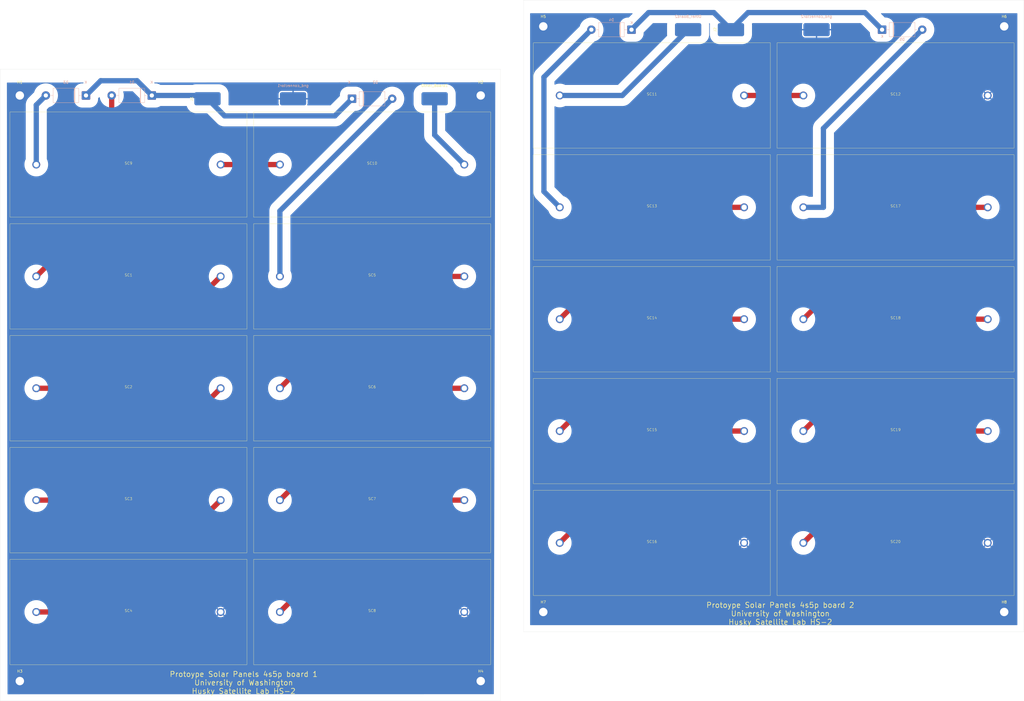
<source format=kicad_pcb>
(kicad_pcb (version 20241229) (generator "pcbnew") (generator_version "9.0")
  (layers (0 "F.Cu" signal) (2 "B.Cu" signal) (13 "F.Paste" user) (15 "B.Paste" user) (5 "F.SilkS" user "F.Silkscreen") (7 "B.SilkS" user "B.Silkscreen") (1 "F.Mask" user) (3 "B.Mask" user) (25 "Edge.Cuts" user))
  (net 0 "")
  (net 1 "Net-(D1-K)")
  (net 2 "Net-(D1-A)")
  (net 3 "Net-(D2-A)")
  (net 4 "Net-(D3-A)")
  (net 5 "Net-(D4-A)")
  (net 6 "Net-(D5-A)")
  (net 7 "Net-(SC1--)")
  (net 8 "Net-(SC2--)")
  (net 9 "Net-(SC3--)")
  (net 10 "Net-(SC5--)")
  (net 11 "Net-(SC6--)")
  (net 12 "Net-(SC7--)")
  (net 13 "Net-(SC10-+)")
  (net 14 "Net-(D4-K)")
  (net 15 "Net-(SC13--)")
  (net 16 "Net-(SC14--)")
  (net 17 "Net-(SC15--)")
  (net 18 "Net-(SC17--)")
  (net 19 "Net-(SC18--)")
  (net 20 "Net-(Other_Board1-Pin_1)")
  (net 21 "Net-(Other_Board2-Pin_1)")
  (net 22 "Net-(SC19--)")
  (net 23 "Net-(SC11--)")
  (net 24 "GND1")
  (net 25 "GND2")
  (footprint "solar_cells:XOLAR_SM401K08TF" (layer "F.Cu") (at 158.75 76.25)
    (property "Reference" "SC10" (at 0 -0.5 0) (layer "F.SilkS") (effects (font (thickness 0.1))))
    (property "Value" "Solar_Cell")
    (fp_rect (start -45 -20) (end 45 20) (stroke (width 0.1)) (fill no) (layer "F.SilkS"))
    (pad "1" thru_hole circle (at -35 0) (size 3 3) (drill 2) (layers "*.Cu" "*.Mask") (net 13 "Net-(SC10-+)"))
    (pad "2" thru_hole circle (at 35 0) (size 3 3) (drill 2) (layers "*.Cu" "*.Mask") (net 20 "Net-(Other_Board1-Pin_1)"))
  )
  (footprint "solar_cells:XOLAR_SM401K08TF" (layer "F.Cu") (at 357.5 220)
    (property "Reference" "SC20" (at 0 -0.5 0) (layer "F.SilkS") (effects (font (thickness 0.1))))
    (property "Value" "Solar_Cell")
    (fp_rect (start -45 -20) (end 45 20) (stroke (width 0.1)) (fill no) (layer "F.SilkS"))
    (pad "1" thru_hole circle (at -35 0) (size 3 3) (drill 2) (layers "*.Cu" "*.Mask") (net 22 "Net-(SC19--)"))
    (pad "2" thru_hole circle (at 35 0) (size 3 3) (drill 2) (layers "*.Cu" "*.Mask") (net 25 "GND2"))
  )
  (footprint "MountingHole:MountingHole_3.2mm_M3_DIN965_Pad" (layer "F.Cu") (at 398.75 23.75)
    (property "Reference" "H6" (at 0 -3.75 0) (layer "F.SilkS"))
    (property "Value" "MountingHole_Pad")
    (pad "1" thru_hole circle (at 0 0) (size 5.6 5.6) (drill 3.2) (layers "*.Cu" "*.Mask") (net 25 "GND2"))
  )
  (footprint "MountingHole:MountingHole_3.2mm_M3_DIN965_Pad" (layer "F.Cu") (at 200 50)
    (property "Reference" "H2" (at 0 -5 0) (layer "F.SilkS"))
    (property "Value" "MountingHole_Pad")
    (pad "1" thru_hole circle (at 0 0) (size 5.6 5.6) (drill 3.2) (layers "*.Cu" "*.Mask") (net 24 "GND1"))
  )
  (footprint "solar_cells:XOLAR_SM401K08TF" (layer "F.Cu") (at 158.75 203.75)
    (property "Reference" "SC7" (at 0 -0.5 0) (layer "F.SilkS") (effects (font (thickness 0.1))))
    (property "Value" "Solar_Cell")
    (fp_rect (start -45 -20) (end 45 20) (stroke (width 0.1)) (fill no) (layer "F.SilkS"))
    (pad "1" thru_hole circle (at -35 0) (size 3 3) (drill 2) (layers "*.Cu" "*.Mask") (net 11 "Net-(SC6--)"))
    (pad "2" thru_hole circle (at 35 0) (size 3 3) (drill 2) (layers "*.Cu" "*.Mask") (net 12 "Net-(SC7--)"))
  )
  (footprint "solar_cells:XOLAR_SM401K08TF" (layer "F.Cu") (at 357.5 92.5)
    (property "Reference" "SC17" (at 0 -0.5 0) (layer "F.SilkS") (effects (font (thickness 0.1))))
    (property "Value" "Solar_Cell")
    (fp_rect (start -45 -20) (end 45 20) (stroke (width 0.1)) (fill no) (layer "F.SilkS"))
    (pad "1" thru_hole circle (at -35 0) (size 3 3) (drill 2) (layers "*.Cu" "*.Mask") (net 6 "Net-(D5-A)"))
    (pad "2" thru_hole circle (at 35 0) (size 3 3) (drill 2) (layers "*.Cu" "*.Mask") (net 18 "Net-(SC17--)"))
  )
  (footprint "solar_cells:XOLAR_SM401K08TF" (layer "F.Cu") (at 66.25 118.75)
    (property "Reference" "SC1" (at 0 -0.5 0) (layer "F.SilkS") (effects (font (thickness 0.1))))
    (property "Value" "Solar_Cell")
    (fp_rect (start -45 -20) (end 45 20) (stroke (width 0.1)) (fill no) (layer "F.SilkS"))
    (pad "1" thru_hole circle (at -35 0) (size 3 3) (drill 2) (layers "*.Cu" "*.Mask") (net 2 "Net-(D1-A)"))
    (pad "2" thru_hole circle (at 35 0) (size 3 3) (drill 2) (layers "*.Cu" "*.Mask") (net 7 "Net-(SC1--)"))
  )
  (footprint "MountingHole:MountingHole_3.2mm_M3_DIN965_Pad" (layer "F.Cu") (at 223.75 246.25)
    (property "Reference" "H7" (at 0 -3.75 0) (layer "F.SilkS"))
    (property "Value" "MountingHole_Pad")
    (pad "1" thru_hole circle (at 0 0) (size 5.6 5.6) (drill 3.2) (layers "*.Cu" "*.Mask") (net 25 "GND2"))
  )
  (footprint "Connector_Wire:SolderWirePad_1x01_SMD_5x10mm" (layer "F.Cu") (at 182.5 51.25 90)
    (property "Reference" "Other_Board1" (at 5 0 180) (layer "F.SilkS"))
    (property "Value" "Conn_01x01_Pin")
    (pad "1" smd roundrect (at 0 0 90) (size 5 10) (layers "B.Cu" "B.Mask" "B.Paste") (roundrect_rratio 0.15) (net 20 "Net-(Other_Board1-Pin_1)"))
  )
  (footprint "solar_cells:XOLAR_SM401K08TF" (layer "F.Cu") (at 66.25 203.75)
    (property "Reference" "SC3" (at 0 -0.5 0) (layer "F.SilkS") (effects (font (thickness 0.1))))
    (property "Value" "Solar_Cell")
    (fp_rect (start -45 -20) (end 45 20) (stroke (width 0.1)) (fill no) (layer "F.SilkS"))
    (pad "1" thru_hole circle (at -35 0) (size 3 3) (drill 2) (layers "*.Cu" "*.Mask") (net 8 "Net-(SC2--)"))
    (pad "2" thru_hole circle (at 35 0) (size 3 3) (drill 2) (layers "*.Cu" "*.Mask") (net 9 "Net-(SC3--)"))
  )
  (footprint "MountingHole:MountingHole_3.2mm_M3_DIN965_Pad" (layer "F.Cu") (at 25 272.5)
    (property "Reference" "H3" (at 0 -3.75 0) (layer "F.SilkS"))
    (property "Value" "MountingHole_Pad")
    (pad "1" thru_hole circle (at 0 0) (size 5.6 5.6) (drill 3.2) (layers "*.Cu" "*.Mask") (net 24 "GND1"))
  )
  (footprint "solar_cells:XOLAR_SM401K08TF" (layer "F.Cu") (at 357.5 135)
    (property "Reference" "SC18" (at 0 -0.5 0) (layer "F.SilkS") (effects (font (thickness 0.1))))
    (property "Value" "Solar_Cell")
    (fp_rect (start -45 -20) (end 45 20) (stroke (width 0.1)) (fill no) (layer "F.SilkS"))
    (pad "1" thru_hole circle (at -35 0) (size 3 3) (drill 2) (layers "*.Cu" "*.Mask") (net 18 "Net-(SC17--)"))
    (pad "2" thru_hole circle (at 35 0) (size 3 3) (drill 2) (layers "*.Cu" "*.Mask") (net 19 "Net-(SC18--)"))
  )
  (footprint "MountingHole:MountingHole_3.2mm_M3_DIN965_Pad" (layer "F.Cu") (at 398.75 246.25)
    (property "Reference" "H8" (at 0 -3.75 0) (layer "F.SilkS"))
    (property "Value" "MountingHole_Pad")
    (pad "1" thru_hole circle (at 0 0) (size 5.6 5.6) (drill 3.2) (layers "*.Cu" "*.Mask") (net 25 "GND2"))
  )
  (footprint "solar_cells:XOLAR_SM401K08TF" (layer "F.Cu") (at 265 135)
    (property "Reference" "SC14" (at 0 -0.5 0) (layer "F.SilkS") (effects (font (thickness 0.1))))
    (property "Value" "Solar_Cell")
    (fp_rect (start -45 -20) (end 45 20) (stroke (width 0.1)) (fill no) (layer "F.SilkS"))
    (pad "1" thru_hole circle (at -35 0) (size 3 3) (drill 2) (layers "*.Cu" "*.Mask") (net 15 "Net-(SC13--)"))
    (pad "2" thru_hole circle (at 35 0) (size 3 3) (drill 2) (layers "*.Cu" "*.Mask") (net 16 "Net-(SC14--)"))
  )
  (footprint "Connector_Wire:SolderWirePad_1x01_SMD_5x10mm" (layer "F.Cu") (at 295 25 90)
    (property "Reference" "J2" (at 0 -6 90) (layer "F.SilkS"))
    (property "Value" "Conn_01x01_Pin")
    (pad "1" smd roundrect (at 0 0 90) (size 5 10) (layers "B.Cu" "B.Mask" "B.Paste") (roundrect_rratio 0.15) (net 14 "Net-(D4-K)"))
  )
  (footprint "solar_cells:XOLAR_SM401K08TF" (layer "F.Cu") (at 66.25 161.25)
    (property "Reference" "SC2" (at 0 -0.5 0) (layer "F.SilkS") (effects (font (thickness 0.1))))
    (property "Value" "Solar_Cell")
    (fp_rect (start -45 -20) (end 45 20) (stroke (width 0.1)) (fill no) (layer "F.SilkS"))
    (pad "1" thru_hole circle (at -35 0) (size 3 3) (drill 2) (layers "*.Cu" "*.Mask") (net 7 "Net-(SC1--)"))
    (pad "2" thru_hole circle (at 35 0) (size 3 3) (drill 2) (layers "*.Cu" "*.Mask") (net 8 "Net-(SC2--)"))
  )
  (footprint "solar_cells:XOLAR_SM401K08TF" (layer "F.Cu") (at 158.75 118.75)
    (property "Reference" "SC5" (at 0 -0.5 0) (layer "F.SilkS") (effects (font (thickness 0.1))))
    (property "Value" "Solar_Cell")
    (fp_rect (start -45 -20) (end 45 20) (stroke (width 0.1)) (fill no) (layer "F.SilkS"))
    (pad "1" thru_hole circle (at -35 0) (size 3 3) (drill 2) (layers "*.Cu" "*.Mask") (net 3 "Net-(D2-A)"))
    (pad "2" thru_hole circle (at 35 0) (size 3 3) (drill 2) (layers "*.Cu" "*.Mask") (net 10 "Net-(SC5--)"))
  )
  (footprint "solar_cells:XOLAR_SM401K08TF" (layer "F.Cu") (at 66.25 76.25)
    (property "Reference" "SC9" (at 0 -0.5 0) (layer "F.SilkS") (effects (font (thickness 0.1))))
    (property "Value" "Solar_Cell")
    (fp_rect (start -45 -20) (end 45 20) (stroke (width 0.1)) (fill no) (layer "F.SilkS"))
    (pad "1" thru_hole circle (at -35 0) (size 3 3) (drill 2) (layers "*.Cu" "*.Mask") (net 4 "Net-(D3-A)"))
    (pad "2" thru_hole circle (at 35 0) (size 3 3) (drill 2) (layers "*.Cu" "*.Mask") (net 13 "Net-(SC10-+)"))
  )
  (footprint "solar_cells:XOLAR_SM401K08TF" (layer "F.Cu") (at 66.25 246.25)
    (property "Reference" "SC4" (at 0 -0.5 0) (layer "F.SilkS") (effects (font (thickness 0.1))))
    (property "Value" "Solar_Cell")
    (fp_rect (start -45 -20) (end 45 20) (stroke (width 0.1)) (fill no) (layer "F.SilkS"))
    (pad "1" thru_hole circle (at -35 0) (size 3 3) (drill 2) (layers "*.Cu" "*.Mask") (net 9 "Net-(SC3--)"))
    (pad "2" thru_hole circle (at 35 0) (size 3 3) (drill 2) (layers "*.Cu" "*.Mask") (net 24 "GND1"))
  )
  (footprint "solar_cells:XOLAR_SM401K08TF" (layer "F.Cu") (at 265 220)
    (property "Reference" "SC16" (at 0 -0.5 0) (layer "F.SilkS") (effects (font (thickness 0.1))))
    (property "Value" "Solar_Cell")
    (fp_rect (start -45 -20) (end 45 20) (stroke (width 0.1)) (fill no) (layer "F.SilkS"))
    (pad "1" thru_hole circle (at -35 0) (size 3 3) (drill 2) (layers "*.Cu" "*.Mask") (net 17 "Net-(SC15--)"))
    (pad "2" thru_hole circle (at 35 0) (size 3 3) (drill 2) (layers "*.Cu" "*.Mask") (net 25 "GND2"))
  )
  (footprint "solar_cells:XOLAR_SM401K08TF" (layer "F.Cu") (at 357.5 50)
    (property "Reference" "SC12" (at 0 -0.5 0) (layer "F.SilkS") (effects (font (thickness 0.1))))
    (property "Value" "Solar_Cell")
    (fp_rect (start -45 -20) (end 45 20) (stroke (width 0.1)) (fill no) (layer "F.SilkS"))
    (pad "1" thru_hole circle (at -35 0) (size 3 3) (drill 2) (layers "*.Cu" "*.Mask") (net 23 "Net-(SC11--)"))
    (pad "2" thru_hole circle (at 35 0) (size 3 3) (drill 2) (layers "*.Cu" "*.Mask") (net 25 "GND2"))
  )
  (footprint "solar_cells:XOLAR_SM401K08TF" (layer "F.Cu") (at 265 92.5)
    (property "Reference" "SC13" (at 0 -0.5 0) (layer "F.SilkS") (effects (font (thickness 0.1))))
    (property "Value" "Solar_Cell")
    (fp_rect (start -45 -20) (end 45 20) (stroke (width 0.1)) (fill no) (layer "F.SilkS"))
    (pad "1" thru_hole circle (at -35 0) (size 3 3) (drill 2) (layers "*.Cu" "*.Mask") (net 5 "Net-(D4-A)"))
    (pad "2" thru_hole circle (at 35 0) (size 3 3) (drill 2) (layers "*.Cu" "*.Mask") (net 15 "Net-(SC13--)"))
  )
  (footprint "solar_cells:XOLAR_SM401K08TF" (layer "F.Cu") (at 265 177.5)
    (property "Reference" "SC15" (at 0 -0.5 0) (layer "F.SilkS") (effects (font (thickness 0.1))))
    (property "Value" "Solar_Cell")
    (fp_rect (start -45 -20) (end 45 20) (stroke (width 0.1)) (fill no) (layer "F.SilkS"))
    (pad "1" thru_hole circle (at -35 0) (size 3 3) (drill 2) (layers "*.Cu" "*.Mask") (net 16 "Net-(SC14--)"))
    (pad "2" thru_hole circle (at 35 0) (size 3 3) (drill 2) (layers "*.Cu" "*.Mask") (net 17 "Net-(SC15--)"))
  )
  (footprint "MountingHole:MountingHole_3.2mm_M3_DIN965_Pad" (layer "F.Cu") (at 223.75 23.75)
    (property "Reference" "H5" (at 0 -3.75 0) (layer "F.SilkS"))
    (property "Value" "MountingHole_Pad")
    (pad "1" thru_hole circle (at 0 0) (size 5.6 5.6) (drill 3.2) (layers "*.Cu" "*.Mask") (net 25 "GND2"))
  )
  (footprint "solar_cells:XOLAR_SM401K08TF" (layer "F.Cu") (at 357.5 177.5)
    (property "Reference" "SC19" (at 0 -0.5 0) (layer "F.SilkS") (effects (font (thickness 0.1))))
    (property "Value" "Solar_Cell")
    (fp_rect (start -45 -20) (end 45 20) (stroke (width 0.1)) (fill no) (layer "F.SilkS"))
    (pad "1" thru_hole circle (at -35 0) (size 3 3) (drill 2) (layers "*.Cu" "*.Mask") (net 19 "Net-(SC18--)"))
    (pad "2" thru_hole circle (at 35 0) (size 3 3) (drill 2) (layers "*.Cu" "*.Mask") (net 22 "Net-(SC19--)"))
  )
  (footprint "solar_cells:XOLAR_SM401K08TF" (layer "F.Cu") (at 158.75 246.25)
    (property "Reference" "SC8" (at 0 -0.5 0) (layer "F.SilkS") (effects (font (thickness 0.1))))
    (property "Value" "Solar_Cell")
    (fp_rect (start -45 -20) (end 45 20) (stroke (width 0.1)) (fill no) (layer "F.SilkS"))
    (pad "1" thru_hole circle (at -35 0) (size 3 3) (drill 2) (layers "*.Cu" "*.Mask") (net 12 "Net-(SC7--)"))
    (pad "2" thru_hole circle (at 35 0) (size 3 3) (drill 2) (layers "*.Cu" "*.Mask") (net 24 "GND1"))
  )
  (footprint "solar_cells:XOLAR_SM401K08TF" (layer "F.Cu") (at 158.75 161.25)
    (property "Reference" "SC6" (at 0 -0.5 0) (layer "F.SilkS") (effects (font (thickness 0.1))))
    (property "Value" "Solar_Cell")
    (fp_rect (start -45 -20) (end 45 20) (stroke (width 0.1)) (fill no) (layer "F.SilkS"))
    (pad "1" thru_hole circle (at -35 0) (size 3 3) (drill 2) (layers "*.Cu" "*.Mask") (net 10 "Net-(SC5--)"))
    (pad "2" thru_hole circle (at 35 0) (size 3 3) (drill 2) (layers "*.Cu" "*.Mask") (net 11 "Net-(SC6--)"))
  )
  (footprint "MountingHole:MountingHole_3.2mm_M3_DIN965_Pad" (layer "F.Cu") (at 25 50)
    (property "Reference" "H1" (at 0 -5 0) (layer "F.SilkS"))
    (property "Value" "MountingHole_Pad")
    (pad "1" thru_hole circle (at 0 0) (size 5.6 5.6) (drill 3.2) (layers "*.Cu" "*.Mask") (net 24 "GND1"))
  )
  (footprint "Connector_Wire:SolderWirePad_1x01_SMD_5x10mm" (layer "F.Cu") (at 96.25 51.25 90)
    (property "Reference" "J1" (at 0 -6 90) (layer "F.SilkS"))
    (property "Value" "Conn_01x01_Pin")
    (pad "1" smd roundrect (at 0 0 90) (size 5 10) (layers "B.Cu" "B.Mask" "B.Paste") (roundrect_rratio 0.15) (net 1 "Net-(D1-K)"))
  )
  (footprint "MountingHole:MountingHole_3.2mm_M3_DIN965_Pad" (layer "F.Cu") (at 200 272.5)
    (property "Reference" "H4" (at 0 -3.75 0) (layer "F.SilkS"))
    (property "Value" "MountingHole_Pad")
    (pad "1" thru_hole circle (at 0 0) (size 5.6 5.6) (drill 3.2) (layers "*.Cu" "*.Mask") (net 24 "GND1"))
  )
  (footprint "solar_cells:XOLAR_SM401K08TF" (layer "F.Cu") (at 265 50)
    (property "Reference" "SC11" (at 0 -0.5 0) (layer "F.SilkS") (effects (font (thickness 0.1))))
    (property "Value" "Solar_Cell")
    (fp_rect (start -45 -20) (end 45 20) (stroke (width 0.1)) (fill no) (layer "F.SilkS"))
    (pad "1" thru_hole circle (at -35 0) (size 3 3) (drill 2) (layers "*.Cu" "*.Mask") (net 21 "Net-(Other_Board2-Pin_1)"))
    (pad "2" thru_hole circle (at 35 0) (size 3 3) (drill 2) (layers "*.Cu" "*.Mask") (net 23 "Net-(SC11--)"))
  )
  (footprint "Diode_THT:D_DO-201AD_P15.24mm_Horizontal" (layer "B.Cu") (at 50.12 50 180)
    (property "Reference" "D3" (at 7.62 5 0) (layer "B.SilkS") (effects (justify mirror)))
    (property "Value" "1N5400")
    (fp_line (start 13.4 0) (end 12.49 0) (stroke (width 0.12)) (layer "B.SilkS"))
    (fp_line (start 4.415 2.72) (end 4.415 -2.72) (stroke (width 0.12)) (layer "B.SilkS"))
    (fp_line (start 4.295 2.72) (end 4.295 -2.72) (stroke (width 0.12)) (layer "B.SilkS"))
    (fp_line (start 4.175 2.72) (end 4.175 -2.72) (stroke (width 0.12)) (layer "B.SilkS"))
    (fp_line (start 1.84 0) (end 2.75 0) (stroke (width 0.12)) (layer "B.SilkS"))
    (fp_rect (start 2.75 2.72) (end 12.49 -2.72) (stroke (width 0.12)) (fill no) (layer "B.SilkS"))
    (fp_text user "K" (at 0.12 5 0) (layer "B.SilkS") (effects (justify mirror)))
    (pad "1" thru_hole roundrect (at 0 0 180) (size 3.2 3.2) (drill 1.6) (layers "*.Cu" "*.Mask") (roundrect_rratio 0.078125) (net 1 "Net-(D1-K)"))
    (pad "2" thru_hole circle (at 15.24 0 180) (size 3.2 3.2) (drill 1.6) (layers "*.Cu" "*.Mask") (net 4 "Net-(D3-A)"))
  )
  (footprint "Connector_Wire:SolderWirePad_1x01_SMD_5x10mm" (layer "B.Cu") (at 128.75 51.25 90)
    (property "Reference" "gnd_connector1" (at 5 0 0) (layer "B.SilkS") (effects (justify mirror)))
    (property "Value" "Conn_01x01_Pin")
    (pad "1" smd roundrect (at 0 0 90) (size 5 10) (layers "B.Cu" "B.Mask" "B.Paste") (roundrect_rratio 0.15) (net 24 "GND1"))
  )
  (footprint "Diode_THT:D_DO-201AD_P15.24mm_Horizontal" (layer "B.Cu") (at 257.25 25 180)
    (property "Reference" "D4" (at 7.62 3.72 0) (layer "B.SilkS") (effects (justify mirror)))
    (property "Value" "1N5400")
    (fp_line (start 13.4 0) (end 12.49 0) (stroke (width 0.12)) (layer "B.SilkS"))
    (fp_line (start 4.415 2.72) (end 4.415 -2.72) (stroke (width 0.12)) (layer "B.SilkS"))
    (fp_line (start 4.295 2.72) (end 4.295 -2.72) (stroke (width 0.12)) (layer "B.SilkS"))
    (fp_line (start 4.175 2.72) (end 4.175 -2.72) (stroke (width 0.12)) (layer "B.SilkS"))
    (fp_line (start 1.84 0) (end 2.75 0) (stroke (width 0.12)) (layer "B.SilkS"))
    (fp_rect (start 2.75 2.72) (end 12.49 -2.72) (stroke (width 0.12)) (fill no) (layer "B.SilkS"))
    (fp_text user "K" (at 0 2.6 0) (layer "B.SilkS") (effects (justify mirror)))
    (pad "1" thru_hole roundrect (at 0 0 180) (size 3.2 3.2) (drill 1.6) (layers "*.Cu" "*.Mask") (roundrect_rratio 0.078125) (net 14 "Net-(D4-K)"))
    (pad "2" thru_hole circle (at 15.24 0 180) (size 3.2 3.2) (drill 1.6) (layers "*.Cu" "*.Mask") (net 5 "Net-(D4-A)"))
  )
  (footprint "Diode_THT:D_DO-201AD_P15.24mm_Horizontal" (layer "B.Cu") (at 151.13 51.25)
    (property "Reference" "D2" (at 8.87 -6.25 0) (layer "B.SilkS") (effects (justify mirror)))
    (property "Value" "1N5400")
    (fp_line (start 1.84 0) (end 2.75 0) (stroke (width 0.12)) (layer "B.SilkS"))
    (fp_line (start 4.175 2.72) (end 4.175 -2.72) (stroke (width 0.12)) (layer "B.SilkS"))
    (fp_line (start 4.295 2.72) (end 4.295 -2.72) (stroke (width 0.12)) (layer "B.SilkS"))
    (fp_line (start 4.415 2.72) (end 4.415 -2.72) (stroke (width 0.12)) (layer "B.SilkS"))
    (fp_line (start 13.4 0) (end 12.49 0) (stroke (width 0.12)) (layer "B.SilkS"))
    (fp_rect (start 2.75 2.72) (end 12.49 -2.72) (stroke (width 0.12)) (fill no) (layer "B.SilkS"))
    (fp_text user "K" (at -1.13 -6.25 0) (layer "B.SilkS") (effects (justify mirror)))
    (pad "1" thru_hole roundrect (at 0 0) (size 3.2 3.2) (drill 1.6) (layers "*.Cu" "*.Mask") (roundrect_rratio 0.078125) (net 1 "Net-(D1-K)"))
    (pad "2" thru_hole circle (at 15.24 0) (size 3.2 3.2) (drill 1.6) (layers "*.Cu" "*.Mask") (net 3 "Net-(D2-A)"))
  )
  (footprint "Diode_THT:D_DO-201AD_P15.24mm_Horizontal" (layer "B.Cu") (at 352.38 25)
    (property "Reference" "D5" (at 7.62 3.72 0) (layer "B.SilkS") (effects (justify mirror)))
    (property "Value" "1N5400")
    (fp_line (start 1.84 0) (end 2.75 0) (stroke (width 0.12)) (layer "B.SilkS"))
    (fp_line (start 4.175 2.72) (end 4.175 -2.72) (stroke (width 0.12)) (layer "B.SilkS"))
    (fp_line (start 4.295 2.72) (end 4.295 -2.72) (stroke (width 0.12)) (layer "B.SilkS"))
    (fp_line (start 4.415 2.72) (end 4.415 -2.72) (stroke (width 0.12)) (layer "B.SilkS"))
    (fp_line (start 13.4 0) (end 12.49 0) (stroke (width 0.12)) (layer "B.SilkS"))
    (fp_rect (start 2.75 2.72) (end 12.49 -2.72) (stroke (width 0.12)) (fill no) (layer "B.SilkS"))
    (fp_text user "K" (at 0 2.6 0) (layer "B.SilkS") (effects (justify mirror)))
    (pad "1" thru_hole roundrect (at 0 0) (size 3.2 3.2) (drill 1.6) (layers "*.Cu" "*.Mask") (roundrect_rratio 0.078125) (net 14 "Net-(D4-K)"))
    (pad "2" thru_hole circle (at 15.24 0) (size 3.2 3.2) (drill 1.6) (layers "*.Cu" "*.Mask") (net 6 "Net-(D5-A)"))
  )
  (footprint "Connector_Wire:SolderWirePad_1x01_SMD_5x10mm" (layer "B.Cu") (at 278.75 25 90)
    (property "Reference" "Other_Board2" (at 5 0 0) (layer "B.SilkS") (effects (justify mirror)))
    (property "Value" "Conn_01x01_Pin")
    (pad "1" smd roundrect (at 0 0 90) (size 5 10) (layers "B.Cu" "B.Mask" "B.Paste") (roundrect_rratio 0.15) (net 21 "Net-(Other_Board2-Pin_1)"))
  )
  (footprint "Diode_THT:D_DO-201AD_P15.24mm_Horizontal" (layer "B.Cu") (at 75.12 50 180)
    (property "Reference" "D1" (at 7.62 5 0) (layer "B.SilkS") (effects (justify mirror)))
    (property "Value" "1N5400")
    (fp_line (start 13.4 0) (end 12.49 0) (stroke (width 0.12)) (layer "B.SilkS"))
    (fp_line (start 4.415 2.72) (end 4.415 -2.72) (stroke (width 0.12)) (layer "B.SilkS"))
    (fp_line (start 4.295 2.72) (end 4.295 -2.72) (stroke (width 0.12)) (layer "B.SilkS"))
    (fp_line (start 4.175 2.72) (end 4.175 -2.72) (stroke (width 0.12)) (layer "B.SilkS"))
    (fp_line (start 1.84 0) (end 2.75 0) (stroke (width 0.12)) (layer "B.SilkS"))
    (fp_rect (start 2.75 2.72) (end 12.49 -2.72) (stroke (width 0.12)) (fill no) (layer "B.SilkS"))
    (fp_text user "K" (at 0.12 5 0) (layer "B.SilkS") (effects (justify mirror)))
    (pad "1" thru_hole roundrect (at 0 0 180) (size 3.2 3.2) (drill 1.6) (layers "*.Cu" "*.Mask") (roundrect_rratio 0.078125) (net 1 "Net-(D1-K)"))
    (pad "2" thru_hole circle (at 15.24 0 180) (size 3.2 3.2) (drill 1.6) (layers "*.Cu" "*.Mask") (net 2 "Net-(D1-A)"))
  )
  (footprint "Connector_Wire:SolderWirePad_1x01_SMD_5x10mm" (layer "B.Cu") (at 327.5 25 90)
    (property "Reference" "gnd_connector2" (at 5 0 0) (layer "B.SilkS") (effects (justify mirror)))
    (property "Value" "Conn_01x01_Pin")
    (pad "1" smd roundrect (at 0 0 90) (size 5 10) (layers "B.Cu" "B.Mask" "B.Paste") (roundrect_rratio 0.15) (net 25 "GND2"))
  )
  (gr_rect (start 17.5 40) (end 207.5 280) (stroke (width 0.05)) (fill no) (layer "Edge.Cuts"))
  (gr_rect (start 216.25 13.75) (end 406.25 253.75) (stroke (width 0.05)) (fill no) (layer "Edge.Cuts"))
  (gr_text "Protoype Solar Panels 4s5p board 2\nUniversity of Washington\nHusky Satellite Lab HS-2\n" (at 313.75 251.25 0) (layer "F.SilkS") (effects (font (size 2 2) (thickness 0.25)) (justify bottom)))
  (gr_text "Protoype Solar Panels 4s5p board 1\nUniversity of Washington\nHusky Satellite Lab HS-2\n" (at 110 277.5 0) (layer "F.SilkS") (effects (font (size 2 2) (thickness 0.25)) (justify bottom)))
  (segment (start 102.751 57.751) (end 96.25 51.25) (width 2) (layer "B.Cu") (net 1))
  (segment (start 69.519 44.399) (end 75.12 50) (width 2) (layer "B.Cu") (net 1))
  (segment (start 69.519 44.399) (end 55.721 44.399) (width 2) (layer "B.Cu") (net 1))
  (segment (start 92.5 50) (end 75.12 50) (width 2) (layer "B.Cu") (net 1))
  (segment (start 93.75 51.25) (end 92.5 50) (width 2) (layer "B.Cu") (net 1))
  (segment (start 144.629 57.751) (end 151.13 51.25) (width 2) (layer "B.Cu") (net 1))
  (segment (start 102.751 57.751) (end 144.629 57.751) (width 2) (layer "B.Cu") (net 1))
  (segment (start 96.25 51.25) (end 93.75 51.25) (width 2) (layer "B.Cu") (net 1))
  (segment (start 55.721 44.399) (end 50.12 50) (width 2) (layer "B.Cu") (net 1))
  (segment (start 59.88 50) (end 59.88 90.12) (width 2) (layer "F.Cu") (net 2))
  (segment (start 59.88 90.12) (end 31.25 118.75) (width 2) (layer "F.Cu") (net 2))
  (segment (start 166.37 51.25) (end 123.75 93.87) (width 2) (layer "B.Cu") (net 3))
  (segment (start 123.75 93.87) (end 123.75 118.75) (width 2) (layer "B.Cu") (net 3))
  (segment (start 34.88 50) (end 31.25 53.63) (width 2) (layer "B.Cu") (net 4))
  (segment (start 31.25 53.63) (end 31.25 76.25) (width 2) (layer "B.Cu") (net 4))
  (segment (start 223.999 43.011) (end 223.999 86.499) (width 2) (layer "B.Cu") (net 5))
  (segment (start 223.999 86.499) (end 230 92.5) (width 2) (layer "B.Cu") (net 5))
  (segment (start 242.01 25) (end 223.999 43.011) (width 2) (layer "B.Cu") (net 5))
  (segment (start 330.12 92.5) (end 330.12 62.5) (width 2) (layer "B.Cu") (net 6))
  (segment (start 330.12 62.5) (end 367.62 25) (width 2) (layer "B.Cu") (net 6))
  (segment (start 330.12 92.5) (end 322.5 92.5) (width 2) (layer "B.Cu") (net 6))
  (segment (start 58.75 161.25) (end 31.25 161.25) (width 2) (layer "F.Cu") (net 7))
  (segment (start 101.25 118.75) (end 58.75 161.25) (width 2) (layer "F.Cu") (net 7))
  (segment (start 101.25 161.25) (end 58.75 203.75) (width 2) (layer "F.Cu") (net 8))
  (segment (start 58.75 203.75) (end 31.25 203.75) (width 2) (layer "F.Cu") (net 8))
  (segment (start 58.75 246.25) (end 31.25 246.25) (width 2) (layer "F.Cu") (net 9))
  (segment (start 101.25 203.75) (end 58.75 246.25) (width 2) (layer "F.Cu") (net 9))
  (segment (start 166.25 118.75) (end 123.75 161.25) (width 2) (layer "F.Cu") (net 10))
  (segment (start 193.75 118.75) (end 166.25 118.75) (width 2) (layer "F.Cu") (net 10))
  (segment (start 166.25 161.25) (end 123.75 203.75) (width 2) (layer "F.Cu") (net 11))
  (segment (start 193.75 161.25) (end 166.25 161.25) (width 2) (layer "F.Cu") (net 11))
  (segment (start 166.25 203.75) (end 123.75 246.25) (width 2) (layer "F.Cu") (net 12))
  (segment (start 193.75 203.75) (end 166.25 203.75) (width 2) (layer "F.Cu") (net 12))
  (segment (start 101.25 76.25) (end 123.75 76.25) (width 2) (layer "F.Cu") (net 13))
  (segment (start 301.501 18.499) (end 345.879 18.499) (width 2) (layer "B.Cu") (net 14))
  (segment (start 345.879 18.499) (end 352.38 25) (width 2) (layer "B.Cu") (net 14))
  (segment (start 257.25 25) (end 263.751 18.499) (width 2) (layer "B.Cu") (net 14))
  (segment (start 288.499 18.499) (end 295 25) (width 2) (layer "B.Cu") (net 14))
  (segment (start 295 25) (end 301.501 18.499) (width 2) (layer "B.Cu") (net 14))
  (segment (start 263.751 18.499) (end 288.499 18.499) (width 2) (layer "B.Cu") (net 14))
  (segment (start 272.5 92.5) (end 300 92.5) (width 2) (layer "F.Cu") (net 15))
  (segment (start 230 135) (end 272.5 92.5) (width 2) (layer "F.Cu") (net 15))
  (segment (start 230 177.5) (end 272.5 135) (width 2) (layer "F.Cu") (net 16))
  (segment (start 272.5 135) (end 300 135) (width 2) (layer "F.Cu") (net 16))
  (segment (start 300 177.5) (end 272.5 177.5) (width 2) (layer "F.Cu") (net 17))
  (segment (start 272.5 177.5) (end 230 220) (width 2) (layer "F.Cu") (net 17))
  (segment (start 365 92.5) (end 322.5 135) (width 2) (layer "F.Cu") (net 18))
  (segment (start 392.5 92.5) (end 365 92.5) (width 2) (layer "F.Cu") (net 18))
  (segment (start 365 135) (end 322.5 177.5) (width 2) (layer "F.Cu") (net 19))
  (segment (start 392.5 135) (end 365 135) (width 2) (layer "F.Cu") (net 19))
  (segment (start 182.5 65) (end 193.75 76.25) (width 2) (layer "B.Cu") (net 20))
  (segment (start 182.5 51.25) (end 182.5 65) (width 2) (layer "B.Cu") (net 20))
  (segment (start 230 50) (end 253.75 50) (width 2) (layer "B.Cu") (net 21))
  (segment (start 253.75 50) (end 278.75 25) (width 2) (layer "B.Cu") (net 21))
  (segment (start 392.5 177.5) (end 365 177.5) (width 2) (layer "F.Cu") (net 22))
  (segment (start 365 177.5) (end 322.5 220) (width 2) (layer "F.Cu") (net 22))
  (segment (start 300 50) (end 322.5 50) (width 2) (layer "F.Cu") (net 23))
  (zone (net 25) (net_name "GND2") (layer "B.Cu") (priority 1) (connect_pads (clearance 0.5)) (min_thickness 0.25) (fill yes (thermal_gap 0.5) (thermal_bridge_width 0.5))
    (polygon (pts (xy 218.75 18.75) (xy 403.75 18.75) (xy 403.75 251.25) (xy 218.75 251.25)))
  )
  (zone (net 24) (net_name "GND1") (layer "B.Cu") (connect_pads (clearance 0.5)) (min_thickness 0.25) (fill yes (thermal_gap 0.5) (thermal_bridge_width 0.5))
    (polygon (pts (xy 20.094154 45.094154) (xy 205.524919 45) (xy 204.976452 277.481464) (xy 20.33798 277.5119)))
  )
)
</source>
